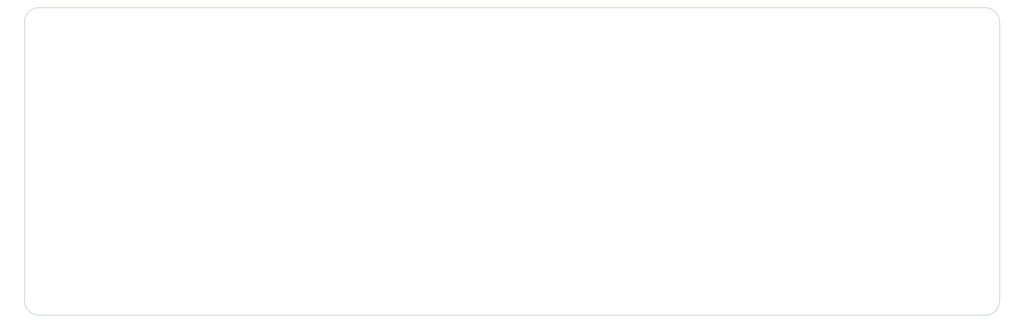
<source format=gbr>
%TF.GenerationSoftware,KiCad,Pcbnew,8.0.7*%
%TF.CreationDate,2024-12-25T15:12:27+08:00*%
%TF.ProjectId,keyboard,6b657962-6f61-4726-942e-6b696361645f,rev?*%
%TF.SameCoordinates,Original*%
%TF.FileFunction,Profile,NP*%
%FSLAX46Y46*%
G04 Gerber Fmt 4.6, Leading zero omitted, Abs format (unit mm)*
G04 Created by KiCad (PCBNEW 8.0.7) date 2024-12-25 15:12:27*
%MOMM*%
%LPD*%
G01*
G04 APERTURE LIST*
%TA.AperFunction,Profile*%
%ADD10C,0.050000*%
%TD*%
G04 APERTURE END LIST*
D10*
X376000000Y-43000000D02*
X376000000Y-139000000D01*
X376000000Y-139000000D02*
G75*
G02*
X371000000Y-144000000I-5000000J0D01*
G01*
X40000000Y-139000000D02*
X40000000Y-43000000D01*
X45000000Y-144000000D02*
G75*
G02*
X40000000Y-139000000I0J5000000D01*
G01*
X371000000Y-144000000D02*
X45000000Y-144000000D01*
X45000000Y-38000000D02*
X371000000Y-38000000D01*
X371000000Y-38000000D02*
G75*
G02*
X376000000Y-43000000I0J-5000000D01*
G01*
X40000000Y-43000000D02*
G75*
G02*
X45000000Y-38000000I5000000J0D01*
G01*
M02*

</source>
